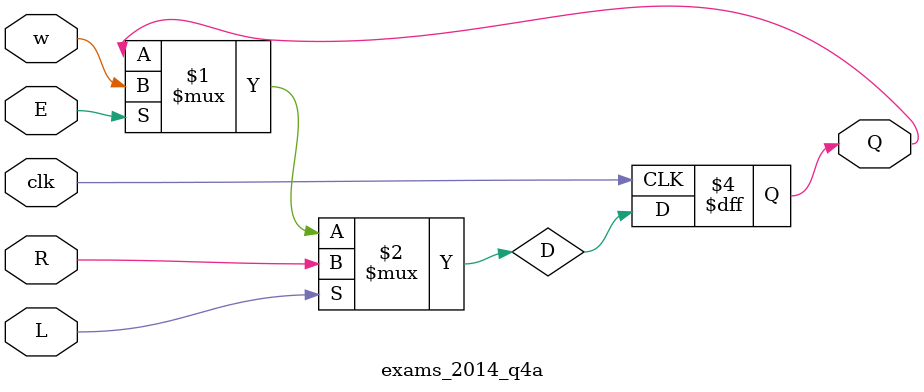
<source format=v>
module exams_2014_q4a(
	input clk,
	input w, R, E, L,
	output reg Q
);
	// DFF with two 2-1 muxes at D port
	wire D;
	assign D = L ? R :
				  E ? w : Q;
	
	always @(posedge clk) begin
		Q <= D;
	end

endmodule

</source>
